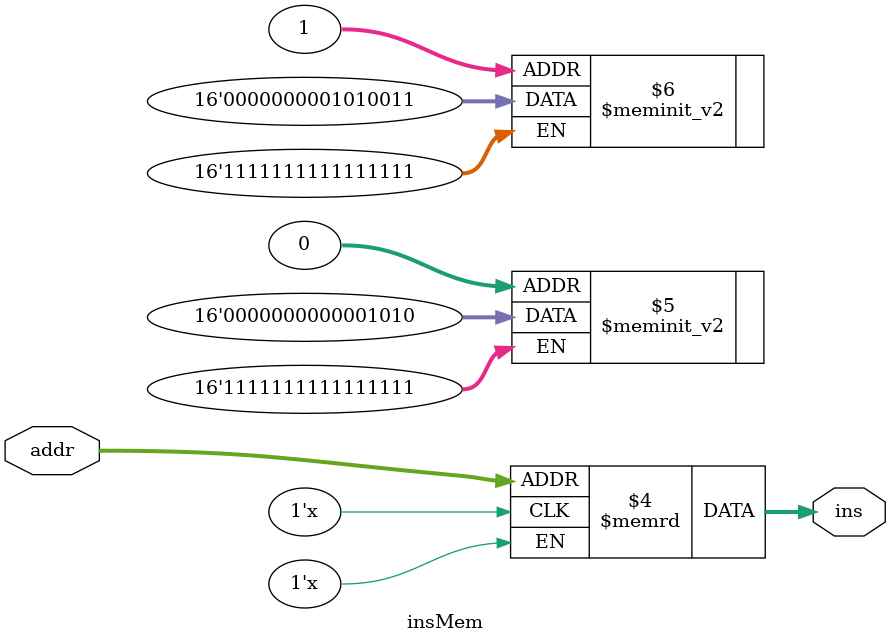
<source format=v>
`timescale 1ns / 1ps


module insMem(
    input wire [7:0] addr,  //8Î»Ö¸ÁîµØÖ·
    output reg [15:0] ins   //16Î»Ö¸Áî
    );
    
    reg [15:0] units [7:0];  //unitÓÃÀ´´æ·ÅÖ¸Áî£¬Ã¿¸öÖ¸Áî16Î»£¬Ò»¹²¿ÉÒÔ·Å8¸öÖ¸Áî
    
    initial
    begin
        units[0] = 16'b0000000_000_001_010;
        units[1] = 16'b0000000_001_010_011;
    end
    
    always @(addr)
    begin
        ins <= units[addr];
    end
    
endmodule

</source>
